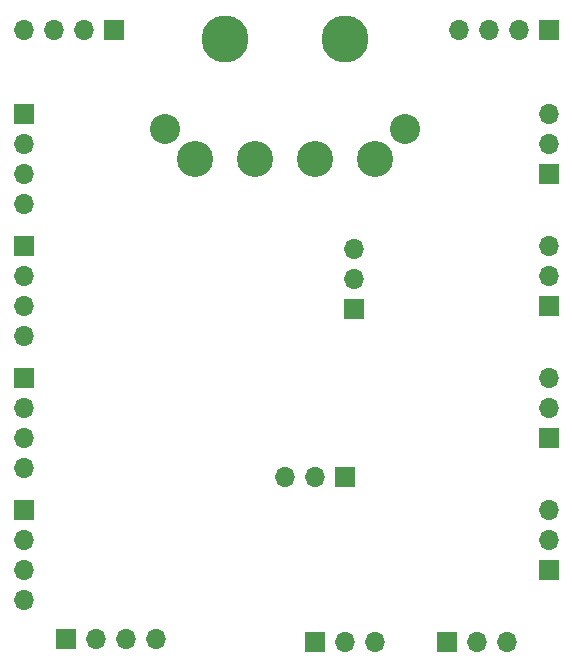
<source format=gbr>
G04 #@! TF.GenerationSoftware,KiCad,Pcbnew,5.1.5*
G04 #@! TF.CreationDate,2020-04-29T20:22:20+02:00*
G04 #@! TF.ProjectId,fancontr,66616e63-6f6e-4747-922e-6b696361645f,rev?*
G04 #@! TF.SameCoordinates,Original*
G04 #@! TF.FileFunction,Soldermask,Bot*
G04 #@! TF.FilePolarity,Negative*
%FSLAX46Y46*%
G04 Gerber Fmt 4.6, Leading zero omitted, Abs format (unit mm)*
G04 Created by KiCad (PCBNEW 5.1.5) date 2020-04-29 20:22:20*
%MOMM*%
%LPD*%
G04 APERTURE LIST*
%ADD10O,1.700000X1.700000*%
%ADD11R,1.700000X1.700000*%
%ADD12C,3.987800*%
%ADD13C,2.540000*%
%ADD14C,3.048000*%
G04 APERTURE END LIST*
D10*
X107442000Y-96774000D03*
X107442000Y-99314000D03*
D11*
X107442000Y-101854000D03*
D10*
X101600000Y-116078000D03*
X104140000Y-116078000D03*
D11*
X106680000Y-116078000D03*
D10*
X79502000Y-78232000D03*
X82042000Y-78232000D03*
X84582000Y-78232000D03*
D11*
X87122000Y-78232000D03*
D10*
X90678000Y-129794000D03*
X88138000Y-129794000D03*
X85598000Y-129794000D03*
D11*
X83058000Y-129794000D03*
D10*
X123952000Y-85344000D03*
X123952000Y-87884000D03*
D11*
X123952000Y-90424000D03*
D10*
X123952000Y-96520000D03*
X123952000Y-99060000D03*
D11*
X123952000Y-101600000D03*
D10*
X123952000Y-107696000D03*
X123952000Y-110236000D03*
D11*
X123952000Y-112776000D03*
D10*
X123952000Y-118872000D03*
X123952000Y-121412000D03*
D11*
X123952000Y-123952000D03*
D10*
X120396000Y-130048000D03*
X117856000Y-130048000D03*
D11*
X115316000Y-130048000D03*
D10*
X109220000Y-130048000D03*
X106680000Y-130048000D03*
D11*
X104140000Y-130048000D03*
D10*
X79502000Y-126492000D03*
X79502000Y-123952000D03*
X79502000Y-121412000D03*
D11*
X79502000Y-118872000D03*
D10*
X79502000Y-115316000D03*
X79502000Y-112776000D03*
X79502000Y-110236000D03*
D11*
X79502000Y-107696000D03*
D10*
X79495000Y-104160200D03*
X79495000Y-101620200D03*
X79495000Y-99080200D03*
D11*
X79495000Y-96540200D03*
D10*
X79502000Y-92964000D03*
X79502000Y-90424000D03*
X79502000Y-87884000D03*
D11*
X79502000Y-85344000D03*
X123952000Y-78232000D03*
D10*
X121412000Y-78232000D03*
X118872000Y-78232000D03*
X116332000Y-78232000D03*
D12*
X106680000Y-78994000D03*
X96520000Y-78994000D03*
D13*
X111760000Y-86614000D03*
X91440000Y-86614000D03*
D14*
X109220000Y-89154000D03*
X104140000Y-89154000D03*
X104140000Y-89154000D03*
X99060000Y-89154000D03*
X93980000Y-89154000D03*
M02*

</source>
